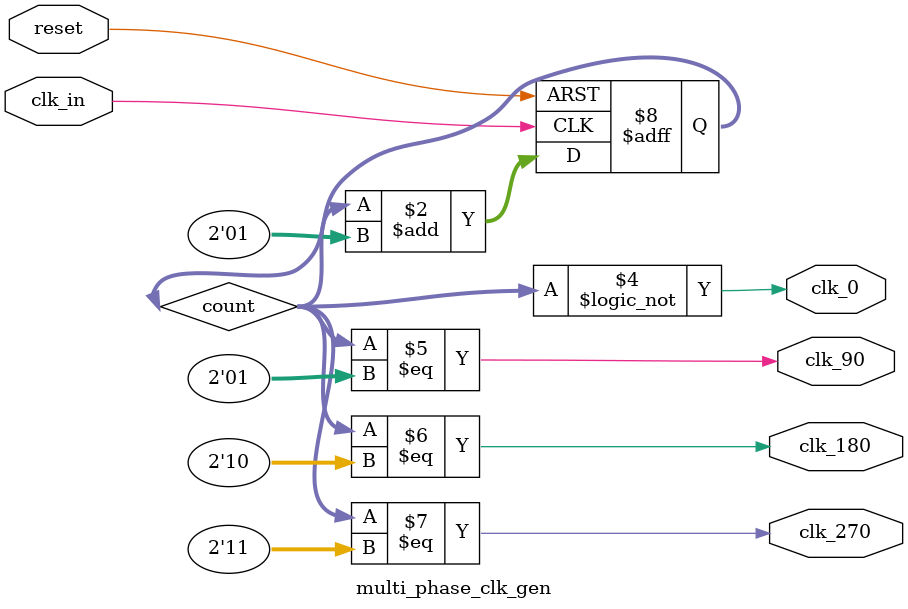
<source format=sv>
module multi_phase_clk_gen(
    input clk_in,
    input reset,
    output reg clk_0,    // 0 degrees
    output reg clk_90,   // 90 degrees
    output reg clk_180,  // 180 degrees
    output reg clk_270   // 270 degrees
);
    reg [1:0] count;
    
    always @(posedge clk_in or posedge reset) begin
        if (reset)
            count <= 2'b00;
        else
            count <= count + 2'b01;
    end
    
    always @(*) begin
        clk_0   = (count == 2'b00);
        clk_90  = (count == 2'b01);
        clk_180 = (count == 2'b10);
        clk_270 = (count == 2'b11);
    end
endmodule
</source>
